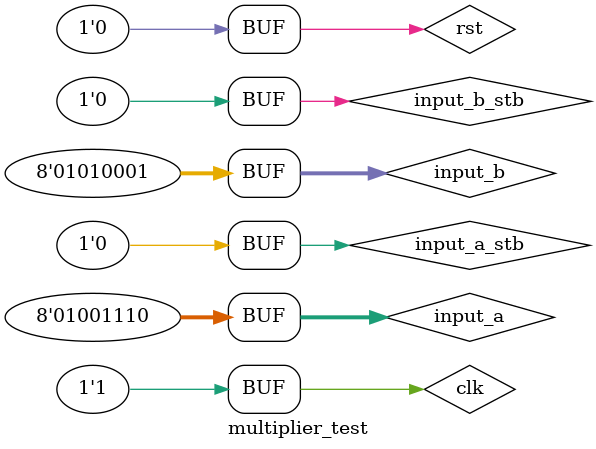
<source format=v>
`timescale 1ns / 1ps


module multiplier_test;

	// Inputs
	reg [7:0] input_a;
	reg input_a_stb;
	reg [7:0] input_b;
	reg input_b_stb;
	reg clk;
	reg rst;

	// Outputs
	wire [7:0] output_z;
	wire output_z_stb;

	// Instantiate the Unit Under Test (UUT)
	multiplier uut (
		.input_a(input_a), 
		.input_a_stb(input_a_stb), 
		.input_b(input_b), 
		.input_b_stb(input_b_stb), 
		.output_z(output_z), 
		.output_z_stb(output_z_stb), 
		.clk(clk), 
		.rst(rst)
	);
always
begin
#10 clk = 0;
#10 clk = 1;
end

	initial begin
		// Initialize Inputs
		input_a = 0;   
		input_a_stb = 0;
		input_b = 0;
		input_b_stb = 0;         
		clk = 0;
		rst = 0;
		#20 rst = 1'b1;
		#20 rst = 0;
		#20 input_a_stb = 1'b1 ;input_b_stb = 1'b1;input_a= 8'b01001110;input_b =8'b01010001 ;
		#20 input_a_stb = 1'b0 ;input_b_stb = 1'b1;
		#20 input_b_stb = 1'b0;
		

		// Wait 100 ns for global reset to finish
		#100;
        
		// Add stimulus here
    
	end     
      
endmodule


</source>
